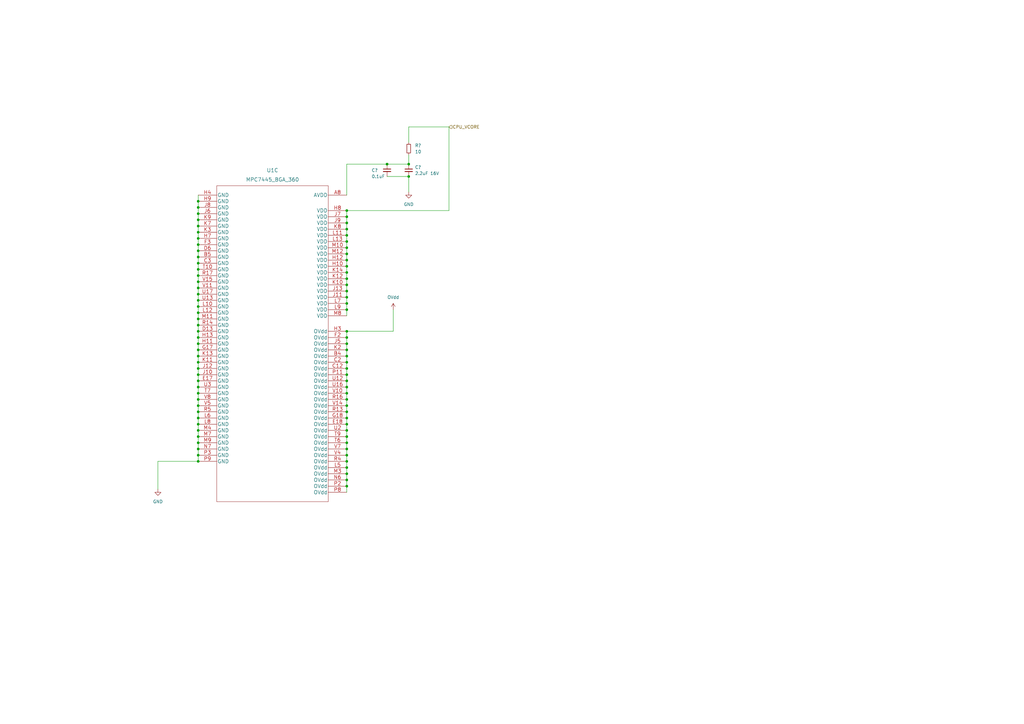
<source format=kicad_sch>
(kicad_sch (version 20211123) (generator eeschema)
  (paper "A3")
  (lib_symbols
    (symbol "Device:C_Small" (pin_numbers hide) (pin_names (offset 0.254) hide)
      (property "Reference" "C" (at 0.254 1.778 0))
      (property "Value" "C_Small" (at 0.254 -2.032 0))
      (symbol "C_Small_0_1"
        (polyline (pts (xy -1.524 -0.508) (xy 1.524 -0.508)) (stroke (width 0.3302)))
        (polyline (pts (xy -1.524 0.508) (xy 1.524 0.508)) (stroke (width 0.3048)))
      )
      (symbol "C_Small_1_1"
        (pin passive line (at 0 2.54 270) (length 2.032) (name "~") (number "1"))
        (pin passive line (at 0 -2.54 90) (length 2.032) (name "~") (number "2"))
      )
    )
    (symbol "Device:R_Small" (pin_numbers hide) (pin_names (offset 0.254) hide)
      (property "Reference" "R" (at 0.762 0.508 0))
      (property "Value" "R_Small" (at 0.762 -1.016 0))
      (symbol "R_Small_0_1"
        (rectangle (start -0.762 1.778) (end 0.762 -1.778) (stroke (width 0.2032)))
      )
      (symbol "R_Small_1_1"
        (pin passive line (at 0 2.54 270) (length 0.762) (name "~") (number "1"))
        (pin passive line (at 0 -2.54 90) (length 0.762) (name "~") (number "2"))
      )
    )
    (symbol "cust:MPC7445_BGA_360" (pin_names (offset 0.254))
      (property "Reference" "U" (at 34.29 11.43 0))
      (property "Value" "MPC7445_BGA_360" (at 34.29 8.89 0))
      (symbol "MPC7445_BGA_360_1_1"
        (polyline (pts (xy 7.62 -167.64) (xy 78.74 -167.64)) (stroke (width 0.127)))
        (polyline (pts (xy 7.62 5.08) (xy 7.62 -167.64)) (stroke (width 0.127)))
        (polyline (pts (xy 78.74 -167.64) (xy 78.74 5.08)) (stroke (width 0.127)))
        (polyline (pts (xy 78.74 5.08) (xy 7.62 5.08)) (stroke (width 0.127)))
        (pin input line (at 86.36 -3.81 180) (length 7.62) (name "SYSCLK") (number "A10"))
        (pin input line (at 86.36 -125.73 180) (length 7.62) (name "EXT_QUAL") (number "A11"))
        (pin input line (at 86.36 -132.08 180) (length 7.62) (name "TEST<0>") (number "A12"))
        (pin input line (at 86.36 -102.87 180) (length 7.62) (name "SRESET") (number "A2"))
        (pin input line (at 86.36 -85.09 180) (length 7.62) (name "CKSTP_IN") (number "A3"))
        (pin output line (at 86.36 -44.45 180) (length 7.62) (name "TDO") (number "A4"))
        (pin input line (at 86.36 -52.07 180) (length 7.62) (name "TRST") (number "A5"))
        (pin input line (at 86.36 -19.05 180) (length 7.62) (name "PLL_CFG<4>") (number "A7"))
        (pin output line (at 86.36 -113.03 180) (length 7.62) (name "PMON_OUT") (number "A9"))
        (pin output line (at 86.36 -87.63 180) (length 7.62) (name "CKSTP_OUT") (number "B1"))
        (pin input line (at 86.36 -137.16 180) (length 7.62) (name "TEST<2>") (number "B10"))
        (pin bidirectional line (at 0 -99.06 0) (length 7.62) (name "A<35>") (number "B11"))
        (pin bidirectional line (at 0 -91.44 0) (length 7.62) (name "A<32>") (number "B12"))
        (pin output line (at 0 -162.56 0) (length 7.62) (name "HIT") (number "B2"))
        (pin input line (at 86.36 -59.69 180) (length 7.62) (name "L2_TSTCLK") (number "B3"))
        (pin input line (at 86.36 -134.62 180) (length 7.62) (name "TEST<1>") (number "B6"))
        (pin input line (at 86.36 1.27 180) (length 7.62) (name "BVSEL") (number "B7"))
        (pin input line (at 86.36 -8.89 180) (length 7.62) (name "PLL_CFG<0>") (number "B8"))
        (pin input line (at 86.36 -41.91 180) (length 7.62) (name "TDI") (number "B9"))
        (pin bidirectional line (at 0 -105.41 0) (length 7.62) (name "AP<0>") (number "C1"))
        (pin bidirectional line (at 0 -30.48 0) (length 7.62) (name "A<8>") (number "C10"))
        (pin bidirectional line (at 0 -15.24 0) (length 7.62) (name "A<2>") (number "C11"))
        (pin bidirectional line (at 0 -93.98 0) (length 7.62) (name "A<33>") (number "C4"))
        (pin bidirectional line (at 0 -132.08 0) (length 7.62) (name "TT<4>") (number "C5"))
        (pin input line (at 86.36 -49.53 180) (length 7.62) (name "TCK") (number "C6"))
        (pin input line (at 86.36 -13.97 180) (length 7.62) (name "PLL_CFG<2>") (number "C7"))
        (pin input line (at 86.36 -11.43 180) (length 7.62) (name "PLL_CFG<1>") (number "C8"))
        (pin input line (at 86.36 -100.33 180) (length 7.62) (name "MCP") (number "C9"))
        (pin bidirectional line (at 0 -27.94 0) (length 7.62) (name "A<7>") (number "D1"))
        (pin input line (at 86.36 -142.24 180) (length 7.62) (name "TEST<4>") (number "D10"))
        (pin bidirectional line (at 0 -25.4 0) (length 7.62) (name "A<6>") (number "D11"))
        (pin bidirectional line (at 0 -35.56 0) (length 7.62) (name "A<10>") (number "D12"))
        (pin output line (at 0 1.27 0) (length 7.62) (name "BR") (number "D2"))
        (pin output line (at 0 -147.32 0) (length 7.62) (name "WT") (number "D3"))
        (pin input line (at 86.36 -95.25 180) (length 7.62) (name "INT") (number "D4"))
        (pin input line (at 86.36 -16.51 180) (length 7.62) (name "PLL_CFG<3>") (number "D7"))
        (pin input line (at 86.36 -105.41 180) (length 7.62) (name "HRESET") (number "D8"))
        (pin input line (at 86.36 -110.49 180) (length 7.62) (name "PMON_IN") (number "D9"))
        (pin input line (at 86.36 -77.47 180) (length 7.62) (name "TBEN") (number "E1"))
        (pin input line (at 86.36 -139.7 180) (length 7.62) (name "TEST<3>") (number "E10"))
        (pin bidirectional line (at 0 -10.16 0) (length 7.62) (name "A<0>") (number "E11"))
        (pin bidirectional line (at 0 -144.78 0) (length 7.62) (name "GBL") (number "E2"))
        (pin bidirectional line (at 0 -107.95 0) (length 7.62) (name "AP<1>") (number "E3"))
        (pin bidirectional line (at 0 -157.48 0) (length 7.62) (name "SHD<0>") (number "E4"))
        (pin bidirectional line (at 0 -121.92 0) (length 7.62) (name "TT<0>") (number "E5"))
        (pin bidirectional line (at 0 -124.46 0) (length 7.62) (name "TT<1>") (number "E6"))
        (pin output line (at 0 -142.24 0) (length 7.62) (name "TSIZ<2>") (number "E7"))
        (pin input line (at 86.36 -54.61 180) (length 7.62) (name "*LSSD_MODE") (number "E8"))
        (pin bidirectional line (at 0 -129.54 0) (length 7.62) (name "TT<3>") (number "E9"))
        (pin input line (at 86.36 -46.99 180) (length 7.62) (name "TMS") (number "F1"))
        (pin bidirectional line (at 0 -20.32 0) (length 7.62) (name "A<4>") (number "F10"))
        (pin output line (at 0 -134.62 0) (length 7.62) (name "*TBST") (number "F11"))
        (pin bidirectional line (at 0 -45.72 0) (length 7.62) (name "A<14>") (number "F4"))
        (pin bidirectional line (at 0 -113.03 0) (length 7.62) (name "AP<3>") (number "F5"))
        (pin bidirectional line (at 0 -127 0) (length 7.62) (name "TT<2>") (number "F6"))
        (pin output line (at 0 -139.7 0) (length 7.62) (name "TSIZ<1>") (number "F7"))
        (pin input line (at 86.36 -120.65 180) (length 7.62) (name "BMODE1") (number "F8"))
        (pin input line (at 86.36 -97.79 180) (length 7.62) (name "SMI") (number "F9"))
        (pin input line (at 86.36 -26.67 180) (length 7.62) (name "DTI<0>") (number "G1"))
        (pin bidirectional line (at 0 -96.52 0) (length 7.62) (name "A<34>") (number "G10"))
        (pin bidirectional line (at 0 -33.02 0) (length 7.62) (name "A<9>") (number "G2"))
        (pin bidirectional line (at 0 -17.78 0) (length 7.62) (name "A<3>") (number "G3"))
        (pin bidirectional line (at 0 -40.64 0) (length 7.62) (name "A<12>") (number "G4"))
        (pin input line (at 86.36 -82.55 180) (length 7.62) (name "QACK") (number "G5"))
        (pin output line (at 0 -137.16 0) (length 7.62) (name "TSIZ<0>") (number "G6"))
        (pin bidirectional line (at 0 -115.57 0) (length 7.62) (name "AP<4>") (number "G7"))
        (pin input line (at 86.36 -57.15 180) (length 7.62) (name "L1_TSTCLK") (number "G8"))
        (pin input line (at 86.36 -118.11 180) (length 7.62) (name "BMODE0") (number "G9"))
        (pin bidirectional line (at 0 -12.7 0) (length 7.62) (name "A<1>") (number "H1"))
        (pin output line (at 86.36 -6.35 180) (length 7.62) (name "CLK_OUT") (number "H2"))
        (pin bidirectional line (at 0 -160.02 0) (length 7.62) (name "SHD<1>") (number "H5"))
        (pin bidirectional line (at 0 -110.49 0) (length 7.62) (name "AP<2>") (number "H6"))
        (pin output line (at 0 -149.86 0) (length 7.62) (name "CI") (number "J1"))
        (pin bidirectional line (at 0 -60.96 0) (length 7.62) (name "A<20>") (number "J2"))
        (pin bidirectional line (at 0 -68.58 0) (length 7.62) (name "A<23>") (number "J3"))
        (pin bidirectional line (at 0 -50.8 0) (length 7.62) (name "A<16>") (number "J4"))
        (pin input line (at 86.36 -29.21 180) (length 7.62) (name "DTI<1>") (number "K1"))
        (pin bidirectional line (at 0 -63.5 0) (length 7.62) (name "A<21>") (number "K4"))
        (pin bidirectional line (at 0 -55.88 0) (length 7.62) (name "A<18>") (number "K5"))
        (pin input line (at 86.36 -67.31 180) (length 7.62) (name "TA") (number "K6"))
        (pin input line (at 86.36 -69.85 180) (length 7.62) (name "TEA") (number "L1"))
        (pin bidirectional line (at 0 -22.86 0) (length 7.62) (name "A<5>") (number "L2"))
        (pin bidirectional line (at 0 -38.1 0) (length 7.62) (name "A<11>") (number "L3"))
        (pin bidirectional line (at 0 -3.81 0) (length 7.62) (name "*TS") (number "L4"))
        (pin input line (at 0 -1.27 0) (length 7.62) (name "BG") (number "M1"))
        (pin input line (at 86.36 -21.59 180) (length 7.62) (name "DBG") (number "M2"))
        (pin bidirectional line (at 0 -71.12 0) (length 7.62) (name "A<24>") (number "M5"))
        (pin input line (at 86.36 -34.29 180) (length 7.62) (name "DTI<3>") (number "N1"))
        (pin bidirectional line (at 0 -154.94 0) (length 7.62) (name "ARTRY") (number "N2"))
        (pin bidirectional line (at 0 -76.2 0) (length 7.62) (name "A<26>") (number "N3"))
        (pin bidirectional line (at 0 -66.04 0) (length 7.62) (name "A<22>") (number "N4"))
        (pin bidirectional line (at 0 -86.36 0) (length 7.62) (name "A<30>") (number "N5"))
        (pin input line (at 86.36 -31.75 180) (length 7.62) (name "DTI<2>") (number "P1"))
        (pin output line (at 86.36 -80.01 180) (length 7.62) (name "QREQ") (number "P4"))
        (pin bidirectional line (at 0 -73.66 0) (length 7.62) (name "A<25>") (number "P5"))
        (pin input line (at 0 -152.4 0) (length 7.62) (name "AACK") (number "R1"))
        (pin bidirectional line (at 0 -53.34 0) (length 7.62) (name "A<17>") (number "R2"))
        (pin output line (at 86.36 -24.13 180) (length 7.62) (name "DRDY") (number "R3"))
        (pin bidirectional line (at 0 -78.74 0) (length 7.62) (name "A<27>") (number "T1"))
        (pin bidirectional line (at 0 -43.18 0) (length 7.62) (name "A<13>") (number "T2"))
        (pin bidirectional line (at 0 -83.82 0) (length 7.62) (name "A<29>") (number "U1"))
        (pin bidirectional line (at 0 -48.26 0) (length 7.62) (name "A<15>") (number "V1"))
        (pin bidirectional line (at 0 -81.28 0) (length 7.62) (name "A<28>") (number "V2"))
        (pin bidirectional line (at 0 -88.9 0) (length 7.62) (name "A<31>") (number "W1"))
        (pin bidirectional line (at 0 -58.42 0) (length 7.62) (name "A<19>") (number "W2"))
      )
      (symbol "MPC7445_BGA_360_2_1"
        (polyline (pts (xy 7.62 -167.64) (xy 63.5 -167.64)) (stroke (width 0.127)))
        (polyline (pts (xy 7.62 5.08) (xy 7.62 -167.64)) (stroke (width 0.127)))
        (polyline (pts (xy 63.5 -167.64) (xy 63.5 5.08)) (stroke (width 0.127)))
        (polyline (pts (xy 63.5 5.08) (xy 7.62 5.08)) (stroke (width 0.127)))
        (pin bidirectional line (at 71.12 -8.89 180) (length 7.62) (name "DP<4>") (number "M6"))
        (pin bidirectional line (at 0 -46.99 0) (length 7.62) (name "D<19>") (number "N10"))
        (pin bidirectional line (at 0 -44.45 0) (length 7.62) (name "D<18>") (number "N11"))
        (pin bidirectional line (at 71.12 -13.97 180) (length 7.62) (name "DP<6>") (number "N8"))
        (pin bidirectional line (at 0 -62.23 0) (length 7.62) (name "D<25>") (number "N9"))
        (pin bidirectional line (at 0 -64.77 0) (length 7.62) (name "D<26>") (number "P10"))
        (pin bidirectional line (at 0 -26.67 0) (length 7.62) (name "D<11>") (number "P13"))
        (pin bidirectional line (at 0 -16.51 0) (length 7.62) (name "D<7>") (number "P14"))
        (pin bidirectional line (at 0 -100.33 0) (length 7.62) (name "D<40>") (number "P17"))
        (pin bidirectional line (at 0 -151.13 0) (length 7.62) (name "D<60>") (number "P6"))
        (pin bidirectional line (at 0 -95.25 0) (length 7.62) (name "D<38>") (number "P7"))
        (pin bidirectional line (at 0 -59.69 0) (length 7.62) (name "D<24>") (number "R10"))
        (pin bidirectional line (at 0 -49.53 0) (length 7.62) (name "D<20>") (number "R11"))
        (pin bidirectional line (at 0 -34.29 0) (length 7.62) (name "D<14>") (number "R12"))
        (pin bidirectional line (at 0 1.27 0) (length 7.62) (name "D<0>") (number "R15"))
        (pin bidirectional line (at 0 -107.95 0) (length 7.62) (name "D<43>") (number "R18"))
        (pin bidirectional line (at 0 -102.87 0) (length 7.62) (name "D<41>") (number "R19"))
        (pin bidirectional line (at 0 -92.71 0) (length 7.62) (name "D<37>") (number "R6"))
        (pin bidirectional line (at 0 -148.59 0) (length 7.62) (name "D<59>") (number "R7"))
        (pin bidirectional line (at 0 -153.67 0) (length 7.62) (name "D<61>") (number "R8"))
        (pin bidirectional line (at 0 -69.85 0) (length 7.62) (name "D<28>") (number "R9"))
        (pin bidirectional line (at 0 -57.15 0) (length 7.62) (name "D<23>") (number "T11"))
        (pin bidirectional line (at 0 -36.83 0) (length 7.62) (name "D<15>") (number "T12"))
        (pin bidirectional line (at 0 -24.13 0) (length 7.62) (name "D<10>") (number "T13"))
        (pin bidirectional line (at 0 -3.81 0) (length 7.62) (name "D<2>") (number "T14"))
        (pin bidirectional line (at 0 -11.43 0) (length 7.62) (name "D<5>") (number "T15"))
        (pin bidirectional line (at 0 -128.27 0) (length 7.62) (name "D<51>") (number "T16"))
        (pin bidirectional line (at 0 -133.35 0) (length 7.62) (name "D<53>") (number "T17"))
        (pin bidirectional line (at 0 -130.81 0) (length 7.62) (name "D<52>") (number "T18"))
        (pin bidirectional line (at 0 -113.03 0) (length 7.62) (name "D<45>") (number "T19"))
        (pin bidirectional line (at 71.12 1.27 180) (length 7.62) (name "DP<0>") (number "T3"))
        (pin bidirectional line (at 71.12 -3.81 180) (length 7.62) (name "DP<2>") (number "T4"))
        (pin bidirectional line (at 0 -85.09 0) (length 7.62) (name "D<34>") (number "T5"))
        (pin bidirectional line (at 0 -158.75 0) (length 7.62) (name "D<63>") (number "T8"))
        (pin bidirectional line (at 0 -67.31 0) (length 7.62) (name "D<27>") (number "U10"))
        (pin bidirectional line (at 0 -52.07 0) (length 7.62) (name "D<21>") (number "U11"))
        (pin bidirectional line (at 0 -29.21 0) (length 7.62) (name "D<12>") (number "U14"))
        (pin bidirectional line (at 0 -13.97 0) (length 7.62) (name "D<6>") (number "U15"))
        (pin bidirectional line (at 0 -120.65 0) (length 7.62) (name "D<48>") (number "U18"))
        (pin bidirectional line (at 0 -115.57 0) (length 7.62) (name "D<46>") (number "U19"))
        (pin bidirectional line (at 0 -140.97 0) (length 7.62) (name "D<56>") (number "U4"))
        (pin bidirectional line (at 0 -87.63 0) (length 7.62) (name "D<35>") (number "U5"))
        (pin bidirectional line (at 0 -82.55 0) (length 7.62) (name "D<33>") (number "U6"))
        (pin bidirectional line (at 0 -146.05 0) (length 7.62) (name "D<58>") (number "U7"))
        (pin bidirectional line (at 0 -143.51 0) (length 7.62) (name "D<57>") (number "U8"))
        (pin bidirectional line (at 0 -74.93 0) (length 7.62) (name "D<30>") (number "U9"))
        (pin bidirectional line (at 0 -41.91 0) (length 7.62) (name "D<17>") (number "V12"))
        (pin bidirectional line (at 0 -19.05 0) (length 7.62) (name "D<8>") (number "V13"))
        (pin bidirectional line (at 0 -6.35 0) (length 7.62) (name "D<3>") (number "V16"))
        (pin bidirectional line (at 0 -138.43 0) (length 7.62) (name "D<55>") (number "V17"))
        (pin bidirectional line (at 0 -105.41 0) (length 7.62) (name "D<42>") (number "V18"))
        (pin bidirectional line (at 0 -110.49 0) (length 7.62) (name "D<44>") (number "V19"))
        (pin bidirectional line (at 71.12 -11.43 180) (length 7.62) (name "DP<5>") (number "V3"))
        (pin bidirectional line (at 0 -97.79 0) (length 7.62) (name "D<39>") (number "V6"))
        (pin bidirectional line (at 0 -77.47 0) (length 7.62) (name "D<31>") (number "V9"))
        (pin bidirectional line (at 0 -72.39 0) (length 7.62) (name "D<29>") (number "W10"))
        (pin bidirectional line (at 0 -54.61 0) (length 7.62) (name "D<22>") (number "W11"))
        (pin bidirectional line (at 0 -39.37 0) (length 7.62) (name "D<16>") (number "W12"))
        (pin bidirectional line (at 0 -21.59 0) (length 7.62) (name "D<9>") (number "W13"))
        (pin bidirectional line (at 0 -31.75 0) (length 7.62) (name "D<13>") (number "W14"))
        (pin bidirectional line (at 0 -1.27 0) (length 7.62) (name "D<1>") (number "W15"))
        (pin bidirectional line (at 0 -8.89 0) (length 7.62) (name "D<4>") (number "W16"))
        (pin bidirectional line (at 0 -123.19 0) (length 7.62) (name "D<49>") (number "W17"))
        (pin bidirectional line (at 0 -125.73 0) (length 7.62) (name "D<50>") (number "W18"))
        (pin bidirectional line (at 0 -118.11 0) (length 7.62) (name "D<47>") (number "W19"))
        (pin bidirectional line (at 0 -135.89 0) (length 7.62) (name "D<54>") (number "W3"))
        (pin bidirectional line (at 71.12 -1.27 180) (length 7.62) (name "DP<1>") (number "W4"))
        (pin bidirectional line (at 0 -80.01 0) (length 7.62) (name "D<32>") (number "W5"))
        (pin bidirectional line (at 71.12 -16.51 180) (length 7.62) (name "DP<7>") (number "W6"))
        (pin bidirectional line (at 0 -90.17 0) (length 7.62) (name "D<36>") (number "W7"))
        (pin bidirectional line (at 0 -156.21 0) (length 7.62) (name "D<62>") (number "W8"))
        (pin bidirectional line (at 71.12 -6.35 180) (length 7.62) (name "DP<3>") (number "W9"))
      )
      (symbol "MPC7445_BGA_360_3_1"
        (polyline (pts (xy 7.62 -124.46) (xy 53.34 -124.46)) (stroke (width 0.127)))
        (polyline (pts (xy 7.62 5.08) (xy 7.62 -124.46)) (stroke (width 0.127)))
        (polyline (pts (xy 53.34 -124.46) (xy 53.34 5.08)) (stroke (width 0.127)))
        (polyline (pts (xy 53.34 5.08) (xy 7.62 5.08)) (stroke (width 0.127)))
        (pin power_in line (at 60.96 1.27 180) (length 7.62) (name "AVDD") (number "A8"))
        (pin power_in line (at 60.96 -64.77 180) (length 7.62) (name "OVdd") (number "B4"))
        (pin power_in line (at 0 -24.13 0) (length 7.62) (name "GND") (number "B5"))
        (pin power_in line (at 60.96 -69.85 180) (length 7.62) (name "OVdd") (number "C12"))
        (pin power_in line (at 60.96 -67.31 180) (length 7.62) (name "OVdd") (number "C2"))
        (pin power_in line (at 0 -26.67 0) (length 7.62) (name "GND") (number "C3"))
        (pin power_in line (at 0 -54.61 0) (length 7.62) (name "GND") (number "D13"))
        (pin power_in line (at 0 -21.59 0) (length 7.62) (name "GND") (number "D6"))
        (pin power_in line (at 0 -74.93 0) (length 7.62) (name "GND") (number "E17"))
        (pin power_in line (at 60.96 -92.71 180) (length 7.62) (name "OVdd") (number "E18"))
        (pin power_in line (at 60.96 -57.15 180) (length 7.62) (name "OVdd") (number "F2"))
        (pin power_in line (at 0 -19.05 0) (length 7.62) (name "GND") (number "F3"))
        (pin power_in line (at 0 -62.23 0) (length 7.62) (name "GND") (number "G17"))
        (pin power_in line (at 60.96 -90.17 180) (length 7.62) (name "OVdd") (number "G18"))
        (pin power_in line (at 60.96 -27.94 180) (length 7.62) (name "VDD") (number "H10"))
        (pin power_in line (at 0 -59.69 0) (length 7.62) (name "GND") (number "H11"))
        (pin power_in line (at 60.96 -25.4 180) (length 7.62) (name "VDD") (number "H12"))
        (pin power_in line (at 0 -57.15 0) (length 7.62) (name "GND") (number "H13"))
        (pin power_in line (at 60.96 -54.61 180) (length 7.62) (name "OVdd") (number "H3"))
        (pin power_in line (at 0 1.27 0) (length 7.62) (name "GND") (number "H4"))
        (pin power_in line (at 0 -16.51 0) (length 7.62) (name "GND") (number "H7"))
        (pin power_in line (at 60.96 -5.08 180) (length 7.62) (name "VDD") (number "H8"))
        (pin power_in line (at 0 -1.27 0) (length 7.62) (name "GND") (number "H9"))
        (pin power_in line (at 0 -72.39 0) (length 7.62) (name "GND") (number "J10"))
        (pin power_in line (at 60.96 -40.64 180) (length 7.62) (name "VDD") (number "J11"))
        (pin power_in line (at 0 -69.85 0) (length 7.62) (name "GND") (number "J12"))
        (pin power_in line (at 60.96 -38.1 180) (length 7.62) (name "VDD") (number "J13"))
        (pin power_in line (at 60.96 -59.69 180) (length 7.62) (name "OVdd") (number "J5"))
        (pin power_in line (at 0 -6.35 0) (length 7.62) (name "GND") (number "J6"))
        (pin power_in line (at 60.96 -7.62 180) (length 7.62) (name "VDD") (number "J7"))
        (pin power_in line (at 0 -3.81 0) (length 7.62) (name "GND") (number "J8"))
        (pin power_in line (at 60.96 -10.16 180) (length 7.62) (name "VDD") (number "J9"))
        (pin power_in line (at 60.96 -35.56 180) (length 7.62) (name "VDD") (number "K10"))
        (pin power_in line (at 0 -67.31 0) (length 7.62) (name "GND") (number "K11"))
        (pin power_in line (at 60.96 -33.02 180) (length 7.62) (name "VDD") (number "K12"))
        (pin power_in line (at 0 -64.77 0) (length 7.62) (name "GND") (number "K13"))
        (pin power_in line (at 60.96 -30.48 180) (length 7.62) (name "VDD") (number "K14"))
        (pin power_in line (at 60.96 -62.23 180) (length 7.62) (name "OVdd") (number "K2"))
        (pin power_in line (at 0 -13.97 0) (length 7.62) (name "GND") (number "K3"))
        (pin power_in line (at 0 -11.43 0) (length 7.62) (name "GND") (number "K7"))
        (pin power_in line (at 60.96 -12.7 180) (length 7.62) (name "VDD") (number "K8"))
        (pin power_in line (at 0 -8.89 0) (length 7.62) (name "GND") (number "K9"))
        (pin power_in line (at 0 -44.45 0) (length 7.62) (name "GND") (number "L10"))
        (pin power_in line (at 60.96 -15.24 180) (length 7.62) (name "VDD") (number "L11"))
        (pin power_in line (at 0 -46.99 0) (length 7.62) (name "GND") (number "L12"))
        (pin power_in line (at 60.96 -17.78 180) (length 7.62) (name "VDD") (number "L13"))
        (pin power_in line (at 60.96 -110.49 180) (length 7.62) (name "OVdd") (number "L5"))
        (pin power_in line (at 0 -90.17 0) (length 7.62) (name "GND") (number "L6"))
        (pin power_in line (at 60.96 -43.18 180) (length 7.62) (name "VDD") (number "L7"))
        (pin power_in line (at 0 -92.71 0) (length 7.62) (name "GND") (number "L8"))
        (pin power_in line (at 60.96 -45.72 180) (length 7.62) (name "VDD") (number "L9"))
        (pin power_in line (at 60.96 -20.32 180) (length 7.62) (name "VDD") (number "M10"))
        (pin power_in line (at 0 -49.53 0) (length 7.62) (name "GND") (number "M11"))
        (pin power_in line (at 60.96 -22.86 180) (length 7.62) (name "VDD") (number "M12"))
        (pin power_in line (at 60.96 -113.03 180) (length 7.62) (name "OVdd") (number "M3"))
        (pin power_in line (at 0 -95.25 0) (length 7.62) (name "GND") (number "M4"))
        (pin power_in line (at 0 -97.79 0) (length 7.62) (name "GND") (number "M7"))
        (pin power_in line (at 60.96 -48.26 180) (length 7.62) (name "VDD") (number "M8"))
        (pin power_in line (at 0 -100.33 0) (length 7.62) (name "GND") (number "M9"))
        (pin power_in line (at 60.96 -115.57 180) (length 7.62) (name "OVdd") (number "N6"))
        (pin power_in line (at 0 -102.87 0) (length 7.62) (name "GND") (number "N7"))
        (pin power_in line (at 60.96 -72.39 180) (length 7.62) (name "OVdd") (number "P11"))
        (pin power_in line (at 60.96 -118.11 180) (length 7.62) (name "OVdd") (number "P2"))
        (pin power_in line (at 0 -105.41 0) (length 7.62) (name "GND") (number "P3"))
        (pin power_in line (at 60.96 -120.65 180) (length 7.62) (name "OVdd") (number "P8"))
        (pin power_in line (at 0 -107.95 0) (length 7.62) (name "GND") (number "P9"))
        (pin power_in line (at 60.96 -87.63 180) (length 7.62) (name "OVdd") (number "R13"))
        (pin power_in line (at 0 -52.07 0) (length 7.62) (name "GND") (number "R14"))
        (pin power_in line (at 60.96 -82.55 180) (length 7.62) (name "OVdd") (number "R16"))
        (pin power_in line (at 0 -31.75 0) (length 7.62) (name "GND") (number "R17"))
        (pin power_in line (at 60.96 -107.95 180) (length 7.62) (name "OVdd") (number "R4"))
        (pin power_in line (at 0 -87.63 0) (length 7.62) (name "GND") (number "R5"))
        (pin power_in line (at 0 -29.21 0) (length 7.62) (name "GND") (number "T10"))
        (pin power_in line (at 60.96 -100.33 180) (length 7.62) (name "OVdd") (number "T6"))
        (pin power_in line (at 0 -80.01 0) (length 7.62) (name "GND") (number "T7"))
        (pin power_in line (at 60.96 -97.79 180) (length 7.62) (name "OVdd") (number "T9"))
        (pin power_in line (at 60.96 -74.93 180) (length 7.62) (name "OVdd") (number "U12"))
        (pin power_in line (at 0 -41.91 0) (length 7.62) (name "GND") (number "U13"))
        (pin power_in line (at 60.96 -77.47 180) (length 7.62) (name "OVdd") (number "U16"))
        (pin power_in line (at 0 -39.37 0) (length 7.62) (name "GND") (number "U17"))
        (pin power_in line (at 60.96 -95.25 180) (length 7.62) (name "OVdd") (number "U2"))
        (pin power_in line (at 0 -77.47 0) (length 7.62) (name "GND") (number "U3"))
        (pin power_in line (at 60.96 -80.01 180) (length 7.62) (name "OVdd") (number "V10"))
        (pin power_in line (at 0 -36.83 0) (length 7.62) (name "GND") (number "V11"))
        (pin power_in line (at 60.96 -85.09 180) (length 7.62) (name "OVdd") (number "V14"))
        (pin power_in line (at 0 -34.29 0) (length 7.62) (name "GND") (number "V15"))
        (pin power_in line (at 60.96 -105.41 180) (length 7.62) (name "OVdd") (number "V4"))
        (pin power_in line (at 0 -85.09 0) (length 7.62) (name "GND") (number "V5"))
        (pin power_in line (at 60.96 -102.87 180) (length 7.62) (name "OVdd") (number "V7"))
        (pin power_in line (at 0 -82.55 0) (length 7.62) (name "GND") (number "V8"))
      )
      (symbol "MPC7445_BGA_360_4_1"
        (polyline (pts (xy 7.62 -151.13) (xy 53.34 -151.13)) (stroke (width 0.127)))
        (polyline (pts (xy 7.62 5.08) (xy 7.62 -151.13)) (stroke (width 0.127)))
        (polyline (pts (xy 53.34 -151.13) (xy 53.34 5.08)) (stroke (width 0.127)))
        (polyline (pts (xy 53.34 5.08) (xy 7.62 5.08)) (stroke (width 0.127)))
        (pin unspecified line (at 60.96 -83.82 180) (length 7.62) (name "NC") (number "A13"))
        (pin unspecified line (at 60.96 -81.28 180) (length 7.62) (name "NC") (number "A14"))
        (pin unspecified line (at 60.96 -78.74 180) (length 7.62) (name "NC") (number "A15"))
        (pin unspecified line (at 60.96 -76.2 180) (length 7.62) (name "NC") (number "A16"))
        (pin unspecified line (at 60.96 -73.66 180) (length 7.62) (name "NC") (number "A17"))
        (pin unspecified line (at 60.96 -71.12 180) (length 7.62) (name "NC") (number "A18"))
        (pin unspecified line (at 60.96 -68.58 180) (length 7.62) (name "NC") (number "A19"))
        (pin unspecified line (at 0 -139.7 0) (length 7.62) (name "NC") (number "A6"))
        (pin unspecified line (at 60.96 0 180) (length 7.62) (name "NC") (number "B13"))
        (pin unspecified line (at 60.96 -2.54 180) (length 7.62) (name "NC") (number "B14"))
        (pin unspecified line (at 0 -134.62 0) (length 7.62) (name "NC") (number "B15"))
        (pin unspecified line (at 60.96 -5.08 180) (length 7.62) (name "NC") (number "B16"))
        (pin unspecified line (at 60.96 -7.62 180) (length 7.62) (name "NC") (number "B17"))
        (pin unspecified line (at 60.96 -10.16 180) (length 7.62) (name "NC") (number "B18"))
        (pin unspecified line (at 60.96 -12.7 180) (length 7.62) (name "NC") (number "B19"))
        (pin unspecified line (at 60.96 -15.24 180) (length 7.62) (name "NC") (number "C13"))
        (pin unspecified line (at 60.96 -17.78 180) (length 7.62) (name "NC") (number "C14"))
        (pin unspecified line (at 60.96 -20.32 180) (length 7.62) (name "NC") (number "C15"))
        (pin unspecified line (at 60.96 -22.86 180) (length 7.62) (name "NC") (number "C16"))
        (pin unspecified line (at 60.96 -25.4 180) (length 7.62) (name "NC") (number "C17"))
        (pin unspecified line (at 60.96 -27.94 180) (length 7.62) (name "NC") (number "C18"))
        (pin unspecified line (at 60.96 -30.48 180) (length 7.62) (name "NC") (number "C19"))
        (pin unspecified line (at 60.96 -33.02 180) (length 7.62) (name "NC") (number "D14"))
        (pin unspecified line (at 60.96 -35.56 180) (length 7.62) (name "NC") (number "D15"))
        (pin unspecified line (at 60.96 -38.1 180) (length 7.62) (name "NC") (number "D16"))
        (pin unspecified line (at 60.96 -40.64 180) (length 7.62) (name "NC") (number "D17"))
        (pin unspecified line (at 60.96 -43.18 180) (length 7.62) (name "NC") (number "D18"))
        (pin unspecified line (at 60.96 -45.72 180) (length 7.62) (name "NC") (number "D19"))
        (pin unspecified line (at 60.96 -48.26 180) (length 7.62) (name "NC") (number "E12"))
        (pin unspecified line (at 60.96 -50.8 180) (length 7.62) (name "NC") (number "E13"))
        (pin unspecified line (at 60.96 -53.34 180) (length 7.62) (name "NC") (number "E14"))
        (pin unspecified line (at 60.96 -55.88 180) (length 7.62) (name "NC") (number "E15"))
        (pin unspecified line (at 60.96 -58.42 180) (length 7.62) (name "NC") (number "E16"))
        (pin unspecified line (at 0 -137.16 0) (length 7.62) (name "NC") (number "E19"))
        (pin unspecified line (at 60.96 -60.96 180) (length 7.62) (name "NC") (number "F12"))
        (pin unspecified line (at 60.96 -63.5 180) (length 7.62) (name "NC") (number "F13"))
        (pin unspecified line (at 60.96 -66.04 180) (length 7.62) (name "NC") (number "F14"))
        (pin unspecified line (at 0 -86.36 0) (length 7.62) (name "NC") (number "F15"))
        (pin unspecified line (at 0 -83.82 0) (length 7.62) (name "NC") (number "F16"))
        (pin unspecified line (at 0 -81.28 0) (length 7.62) (name "NC") (number "F17"))
        (pin unspecified line (at 0 -78.74 0) (length 7.62) (name "NC") (number "F18"))
        (pin unspecified line (at 0 -76.2 0) (length 7.62) (name "NC") (number "F19"))
        (pin unspecified line (at 0 -73.66 0) (length 7.62) (name "NC") (number "G11"))
        (pin unspecified line (at 0 -71.12 0) (length 7.62) (name "NC") (number "G12"))
        (pin unspecified line (at 0 -68.58 0) (length 7.62) (name "NC") (number "G13"))
        (pin unspecified line (at 0 -66.04 0) (length 7.62) (name "NC") (number "G14"))
        (pin unspecified line (at 0 -63.5 0) (length 7.62) (name "NC") (number "G15"))
        (pin unspecified line (at 0 -60.96 0) (length 7.62) (name "NC") (number "G16"))
        (pin unspecified line (at 0 -88.9 0) (length 7.62) (name "NC") (number "G19"))
        (pin unspecified line (at 0 -104.14 0) (length 7.62) (name "NC") (number "H14"))
        (pin unspecified line (at 0 -101.6 0) (length 7.62) (name "NC") (number "H15"))
        (pin unspecified line (at 0 -99.06 0) (length 7.62) (name "NC") (number "H16"))
        (pin unspecified line (at 0 -96.52 0) (length 7.62) (name "NC") (number "H17"))
        (pin unspecified line (at 0 -93.98 0) (length 7.62) (name "NC") (number "H18"))
        (pin unspecified line (at 0 -91.44 0) (length 7.62) (name "NC") (number "H19"))
        (pin unspecified line (at 0 -119.38 0) (length 7.62) (name "NC") (number "J14"))
        (pin unspecified line (at 0 -116.84 0) (length 7.62) (name "NC") (number "J15"))
        (pin unspecified line (at 0 -114.3 0) (length 7.62) (name "NC") (number "J16"))
        (pin unspecified line (at 0 -111.76 0) (length 7.62) (name "NC") (number "J17"))
        (pin unspecified line (at 0 -109.22 0) (length 7.62) (name "NC") (number "J18"))
        (pin unspecified line (at 0 -106.68 0) (length 7.62) (name "NC") (number "J19"))
        (pin unspecified line (at 0 -132.08 0) (length 7.62) (name "NC") (number "K15"))
        (pin unspecified line (at 0 -129.54 0) (length 7.62) (name "NC") (number "K16"))
        (pin unspecified line (at 0 -127 0) (length 7.62) (name "NC") (number "K17"))
        (pin unspecified line (at 0 -124.46 0) (length 7.62) (name "NC") (number "K18"))
        (pin unspecified line (at 0 -121.92 0) (length 7.62) (name "NC") (number "K19"))
        (pin unspecified line (at 0 0 0) (length 7.62) (name "NC") (number "L14"))
        (pin unspecified line (at 0 -58.42 0) (length 7.62) (name "NC") (number "L15"))
        (pin unspecified line (at 0 -2.54 0) (length 7.62) (name "NC") (number "L16"))
        (pin unspecified line (at 0 -5.08 0) (length 7.62) (name "NC") (number "L17"))
        (pin unspecified line (at 0 -7.62 0) (length 7.62) (name "NC") (number "L18"))
        (pin unspecified line (at 0 -10.16 0) (length 7.62) (name "NC") (number "L19"))
        (pin unspecified line (at 0 -12.7 0) (length 7.62) (name "NC") (number "M14"))
        (pin unspecified line (at 0 -15.24 0) (length 7.62) (name "NC") (number "M15"))
        (pin unspecified line (at 0 -17.78 0) (length 7.62) (name "NC") (number "M16"))
        (pin unspecified line (at 0 -20.32 0) (length 7.62) (name "NC") (number "M17"))
        (pin unspecified line (at 0 -22.86 0) (length 7.62) (name "NC") (number "M18"))
        (pin unspecified line (at 0 -25.4 0) (length 7.62) (name "NC") (number "M19"))
        (pin unspecified line (at 0 -27.94 0) (length 7.62) (name "NC") (number "N12"))
        (pin unspecified line (at 0 -30.48 0) (length 7.62) (name "NC") (number "N13"))
        (pin unspecified line (at 0 -33.02 0) (length 7.62) (name "NC") (number "N14"))
        (pin unspecified line (at 0 -35.56 0) (length 7.62) (name "NC") (number "N15"))
        (pin unspecified line (at 0 -38.1 0) (length 7.62) (name "NC") (number "N16"))
        (pin unspecified line (at 0 -40.64 0) (length 7.62) (name "NC") (number "N17"))
        (pin unspecified line (at 0 -43.18 0) (length 7.62) (name "NC") (number "N18"))
        (pin unspecified line (at 0 -45.72 0) (length 7.62) (name "NC") (number "N19"))
        (pin unspecified line (at 0 -48.26 0) (length 7.62) (name "NC") (number "P15"))
        (pin unspecified line (at 0 -50.8 0) (length 7.62) (name "NC") (number "P16"))
        (pin unspecified line (at 0 -53.34 0) (length 7.62) (name "NC") (number "P18"))
        (pin unspecified line (at 0 -55.88 0) (length 7.62) (name "NC") (number "P19"))
      )
    )
    (symbol "cust:OVdd" (power) (pin_names (offset 0))
      (property "Value" "OVdd" (at 0 3.81 0))
      (symbol "OVdd_0_1"
        (polyline (pts (xy -0.762 1.27) (xy 0 2.54)))
        (polyline (pts (xy 0 0) (xy 0 2.54)))
        (polyline (pts (xy 0 2.54) (xy 0.762 1.27)))
      )
      (symbol "OVdd_1_1"
        (pin power_in line (at 0 0 90) (length 0) hide (name "OVdd") (number "1"))
      )
    )
    (symbol "power:GND" (power) (pin_names (offset 0))
      (property "Value" "GND" (at 0 -3.81 0))
      (symbol "GND_0_1"
        (polyline (pts (xy 0 0) (xy 0 -1.27) (xy 1.27 -1.27) (xy 0 -2.54) (xy -1.27 -1.27) (xy 0 -1.27)))
      )
      (symbol "GND_1_1"
        (pin power_in line (at 0 0 270) (length 0) hide (name "GND") (number "1"))
      )
    )
  )
  (junction (at 142.24 161.29))
  (junction (at 158.75 67.31))
  (junction (at 142.24 168.91))
  (junction (at 81.28 161.29))
  (junction (at 81.28 82.55))
  (junction (at 142.24 111.76))
  (junction (at 142.24 163.83))
  (junction (at 81.28 156.21))
  (junction (at 142.24 127))
  (junction (at 142.24 166.37))
  (junction (at 142.24 124.46))
  (junction (at 167.64 72.39))
  (junction (at 81.28 123.19))
  (junction (at 142.24 140.97))
  (junction (at 81.28 115.57))
  (junction (at 81.28 102.87))
  (junction (at 142.24 158.75))
  (junction (at 142.24 191.77))
  (junction (at 81.28 130.81))
  (junction (at 142.24 138.43))
  (junction (at 142.24 151.13))
  (junction (at 81.28 168.91))
  (junction (at 81.28 97.79))
  (junction (at 81.28 95.25))
  (junction (at 81.28 166.37))
  (junction (at 81.28 107.95))
  (junction (at 81.28 179.07))
  (junction (at 142.24 171.45))
  (junction (at 81.28 186.69))
  (junction (at 81.28 133.35))
  (junction (at 142.24 116.84))
  (junction (at 81.28 181.61))
  (junction (at 81.28 148.59))
  (junction (at 142.24 101.6))
  (junction (at 81.28 153.67))
  (junction (at 142.24 176.53))
  (junction (at 142.24 121.92))
  (junction (at 81.28 113.03))
  (junction (at 81.28 138.43))
  (junction (at 142.24 109.22))
  (junction (at 142.24 143.51))
  (junction (at 142.24 179.07))
  (junction (at 142.24 86.36))
  (junction (at 142.24 96.52))
  (junction (at 142.24 146.05))
  (junction (at 142.24 114.3))
  (junction (at 81.28 146.05))
  (junction (at 81.28 90.17))
  (junction (at 142.24 88.9))
  (junction (at 142.24 189.23))
  (junction (at 81.28 189.23))
  (junction (at 81.28 105.41))
  (junction (at 81.28 92.71))
  (junction (at 81.28 163.83))
  (junction (at 81.28 140.97))
  (junction (at 142.24 93.98))
  (junction (at 81.28 176.53))
  (junction (at 81.28 184.15))
  (junction (at 81.28 120.65))
  (junction (at 81.28 87.63))
  (junction (at 81.28 100.33))
  (junction (at 142.24 99.06))
  (junction (at 81.28 135.89))
  (junction (at 142.24 106.68))
  (junction (at 142.24 104.14))
  (junction (at 81.28 158.75))
  (junction (at 81.28 118.11))
  (junction (at 142.24 194.31))
  (junction (at 142.24 135.89))
  (junction (at 142.24 184.15))
  (junction (at 142.24 153.67))
  (junction (at 81.28 151.13))
  (junction (at 81.28 85.09))
  (junction (at 142.24 91.44))
  (junction (at 142.24 156.21))
  (junction (at 142.24 173.99))
  (junction (at 142.24 186.69))
  (junction (at 81.28 110.49))
  (junction (at 81.28 171.45))
  (junction (at 81.28 143.51))
  (junction (at 81.28 128.27))
  (junction (at 81.28 125.73))
  (junction (at 142.24 119.38))
  (junction (at 81.28 173.99))
  (junction (at 167.64 67.31))
  (junction (at 142.24 148.59))
  (junction (at 142.24 181.61))
  (junction (at 142.24 199.39))
  (junction (at 142.24 196.85))
  (wire (pts (xy 81.28 115.57) (xy 81.28 118.11)))
  (wire (pts (xy 142.24 184.15) (xy 142.24 186.69)))
  (wire (pts (xy 81.28 120.65) (xy 81.28 123.19)))
  (wire (pts (xy 142.24 86.36) (xy 184.15 86.36)))
  (wire (pts (xy 81.28 128.27) (xy 81.28 130.81)))
  (wire (pts (xy 142.24 101.6) (xy 142.24 104.14)))
  (wire (pts (xy 142.24 124.46) (xy 142.24 127)))
  (wire (pts (xy 142.24 93.98) (xy 142.24 96.52)))
  (wire (pts (xy 142.24 146.05) (xy 142.24 148.59)))
  (wire (pts (xy 81.28 184.15) (xy 81.28 186.69)))
  (wire (pts (xy 81.28 156.21) (xy 81.28 158.75)))
  (wire (pts (xy 142.24 111.76) (xy 142.24 114.3)))
  (wire (pts (xy 142.24 158.75) (xy 142.24 161.29)))
  (wire (pts (xy 142.24 189.23) (xy 142.24 191.77)))
  (wire (pts (xy 142.24 67.31) (xy 142.24 80.01)))
  (wire (pts (xy 142.24 163.83) (xy 142.24 166.37)))
  (wire (pts (xy 81.28 179.07) (xy 81.28 181.61)))
  (wire (pts (xy 142.24 114.3) (xy 142.24 116.84)))
  (wire (pts (xy 142.24 186.69) (xy 142.24 189.23)))
  (wire (pts (xy 167.64 63.5) (xy 167.64 67.31)))
  (wire (pts (xy 184.15 52.07) (xy 184.15 86.36)))
  (wire (pts (xy 64.77 189.23) (xy 81.28 189.23)))
  (wire (pts (xy 81.28 181.61) (xy 81.28 184.15)))
  (wire (pts (xy 142.24 138.43) (xy 142.24 140.97)))
  (wire (pts (xy 81.28 118.11) (xy 81.28 120.65)))
  (wire (pts (xy 81.28 105.41) (xy 81.28 107.95)))
  (wire (pts (xy 142.24 140.97) (xy 142.24 143.51)))
  (wire (pts (xy 142.24 199.39) (xy 142.24 201.93)))
  (wire (pts (xy 142.24 121.92) (xy 142.24 124.46)))
  (wire (pts (xy 142.24 176.53) (xy 142.24 179.07)))
  (wire (pts (xy 142.24 88.9) (xy 142.24 91.44)))
  (wire (pts (xy 81.28 153.67) (xy 81.28 156.21)))
  (wire (pts (xy 142.24 194.31) (xy 142.24 196.85)))
  (wire (pts (xy 184.15 52.07) (xy 167.64 52.07)))
  (wire (pts (xy 142.24 148.59) (xy 142.24 151.13)))
  (wire (pts (xy 81.28 171.45) (xy 81.28 173.99)))
  (wire (pts (xy 161.29 127) (xy 161.29 135.89)))
  (wire (pts (xy 81.28 161.29) (xy 81.28 163.83)))
  (wire (pts (xy 81.28 123.19) (xy 81.28 125.73)))
  (wire (pts (xy 142.24 196.85) (xy 142.24 199.39)))
  (wire (pts (xy 81.28 176.53) (xy 81.28 179.07)))
  (wire (pts (xy 81.28 95.25) (xy 81.28 97.79)))
  (wire (pts (xy 81.28 85.09) (xy 81.28 87.63)))
  (wire (pts (xy 81.28 140.97) (xy 81.28 143.51)))
  (wire (pts (xy 158.75 67.31) (xy 167.64 67.31)))
  (wire (pts (xy 81.28 146.05) (xy 81.28 148.59)))
  (wire (pts (xy 81.28 138.43) (xy 81.28 140.97)))
  (wire (pts (xy 142.24 135.89) (xy 142.24 138.43)))
  (wire (pts (xy 142.24 181.61) (xy 142.24 184.15)))
  (wire (pts (xy 142.24 109.22) (xy 142.24 111.76)))
  (wire (pts (xy 81.28 166.37) (xy 81.28 168.91)))
  (wire (pts (xy 142.24 96.52) (xy 142.24 99.06)))
  (wire (pts (xy 81.28 100.33) (xy 81.28 102.87)))
  (wire (pts (xy 142.24 151.13) (xy 142.24 153.67)))
  (wire (pts (xy 81.28 151.13) (xy 81.28 153.67)))
  (wire (pts (xy 81.28 130.81) (xy 81.28 133.35)))
  (wire (pts (xy 142.24 91.44) (xy 142.24 93.98)))
  (wire (pts (xy 167.64 52.07) (xy 167.64 58.42)))
  (wire (pts (xy 142.24 179.07) (xy 142.24 181.61)))
  (wire (pts (xy 142.24 99.06) (xy 142.24 101.6)))
  (wire (pts (xy 81.28 168.91) (xy 81.28 171.45)))
  (wire (pts (xy 142.24 156.21) (xy 142.24 158.75)))
  (wire (pts (xy 81.28 92.71) (xy 81.28 95.25)))
  (wire (pts (xy 81.28 113.03) (xy 81.28 115.57)))
  (wire (pts (xy 81.28 110.49) (xy 81.28 113.03)))
  (wire (pts (xy 142.24 135.89) (xy 161.29 135.89)))
  (wire (pts (xy 81.28 148.59) (xy 81.28 151.13)))
  (wire (pts (xy 142.24 106.68) (xy 142.24 109.22)))
  (wire (pts (xy 142.24 116.84) (xy 142.24 119.38)))
  (wire (pts (xy 142.24 171.45) (xy 142.24 173.99)))
  (wire (pts (xy 142.24 166.37) (xy 142.24 168.91)))
  (wire (pts (xy 81.28 107.95) (xy 81.28 110.49)))
  (wire (pts (xy 81.28 143.51) (xy 81.28 146.05)))
  (wire (pts (xy 142.24 104.14) (xy 142.24 106.68)))
  (wire (pts (xy 142.24 143.51) (xy 142.24 146.05)))
  (wire (pts (xy 142.24 153.67) (xy 142.24 156.21)))
  (wire (pts (xy 142.24 86.36) (xy 142.24 88.9)))
  (wire (pts (xy 142.24 191.77) (xy 142.24 194.31)))
  (wire (pts (xy 81.28 90.17) (xy 81.28 92.71)))
  (wire (pts (xy 81.28 158.75) (xy 81.28 161.29)))
  (wire (pts (xy 64.77 200.66) (xy 64.77 189.23)))
  (wire (pts (xy 158.75 72.39) (xy 167.64 72.39)))
  (wire (pts (xy 142.24 168.91) (xy 142.24 171.45)))
  (wire (pts (xy 81.28 87.63) (xy 81.28 90.17)))
  (wire (pts (xy 81.28 133.35) (xy 81.28 135.89)))
  (wire (pts (xy 81.28 97.79) (xy 81.28 100.33)))
  (wire (pts (xy 81.28 173.99) (xy 81.28 176.53)))
  (wire (pts (xy 142.24 127) (xy 142.24 129.54)))
  (wire (pts (xy 142.24 161.29) (xy 142.24 163.83)))
  (wire (pts (xy 81.28 186.69) (xy 81.28 189.23)))
  (wire (pts (xy 142.24 173.99) (xy 142.24 176.53)))
  (wire (pts (xy 142.24 119.38) (xy 142.24 121.92)))
  (wire (pts (xy 81.28 82.55) (xy 81.28 85.09)))
  (wire (pts (xy 81.28 135.89) (xy 81.28 138.43)))
  (wire (pts (xy 81.28 80.01) (xy 81.28 82.55)))
  (wire (pts (xy 81.28 125.73) (xy 81.28 128.27)))
  (wire (pts (xy 167.64 72.39) (xy 167.64 78.74)))
  (wire (pts (xy 81.28 163.83) (xy 81.28 166.37)))
  (wire (pts (xy 81.28 102.87) (xy 81.28 105.41)))
  (wire (pts (xy 158.75 67.31) (xy 142.24 67.31)))
  (hierarchical_label "CPU_VCORE" (shape input) (at 184.15 52.07 0))
  (symbol (lib_id "cust:OVdd") (at 161.29 127 0) (unit 1)
    (property "Reference" "#PWR?" (effects hide))
    (property "Value" "OVdd" (at 161.29 121.92 0))
  )
  (symbol (lib_id "power:GND") (at 64.77 200.66 0) (unit 1)
    (property "Reference" "#PWR?" (effects hide))
    (property "Value" "GND" (at 64.77 205.74 0))
  )
  (symbol (lib_id "power:GND") (at 167.64 78.74 0) (unit 1)
    (property "Reference" "#PWR?" (effects hide))
    (property "Value" "GND" (at 167.64 83.82 0))
  )
  (symbol (lib_id "Device:C_Small") (at 167.64 69.85 0) (unit 1)
    (property "Reference" "C?" (at 170.18 68.5862 0) (effects (justify left)))
    (property "Value" "2.2uF 16V" (at 170.18 71.1262 0) (effects (justify left)))
    (property "Footprint" "Capacitor_SMD:C_0805_2012Metric" (effects hide))
  )
  (symbol (lib_id "cust:MPC7445_BGA_360") (at 81.28 81.28 0) (unit 3)
    (property "Reference" "U1" (at 111.76 69.85 0) (effects (font (size 1.524 1.524))))
    (property "Value" "MPC7445_BGA_360" (at 111.76 73.66 0) (effects (font (size 1.524 1.524))))
    (property "Footprint" "cust:MPC7445_BGA_360" (effects hide))
  )
  (symbol (lib_id "Device:C_Small") (at 158.75 69.85 0) (unit 1)
    (property "Reference" "C?" (at 152.4 69.85 0) (effects (justify left)))
    (property "Value" "0.1uF" (at 152.4 72.39 0) (effects (justify left)))
    (property "Footprint" "Capacitor_SMD:C_0603_1608Metric" (effects hide))
  )
  (symbol (lib_id "Device:R_Small") (at 167.64 60.96 0) (unit 1)
    (property "Reference" "R?" (at 170.18 59.6899 0) (effects (justify left)))
    (property "Value" "10" (at 170.18 62.2299 0) (effects (justify left)))
    (property "Footprint" "Resistor_SMD:R_0603_1608Metric" (effects hide))
  )
)
</source>
